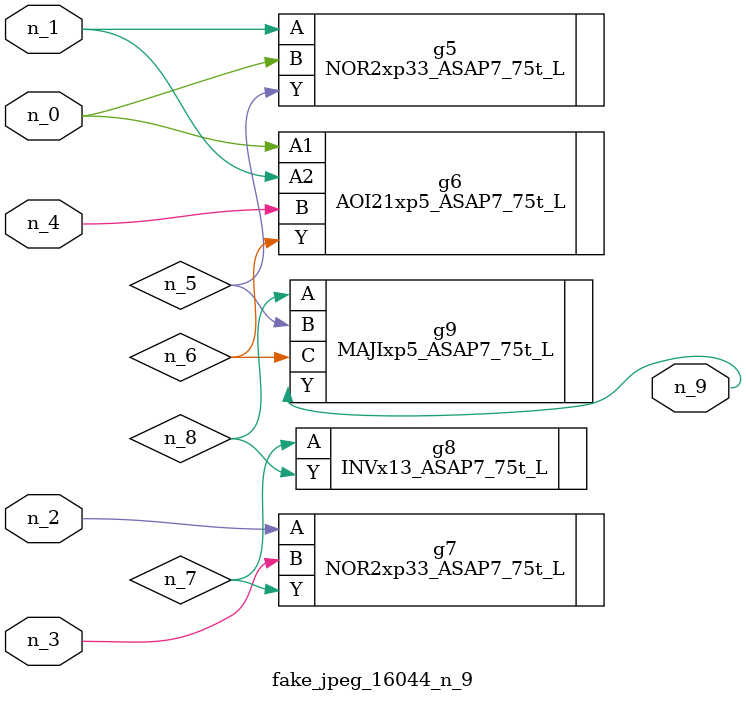
<source format=v>
module fake_jpeg_16044_n_9 (n_3, n_2, n_1, n_0, n_4, n_9);

input n_3;
input n_2;
input n_1;
input n_0;
input n_4;

output n_9;

wire n_8;
wire n_6;
wire n_5;
wire n_7;

NOR2xp33_ASAP7_75t_L g5 ( 
.A(n_1),
.B(n_0),
.Y(n_5)
);

AOI21xp5_ASAP7_75t_L g6 ( 
.A1(n_0),
.A2(n_1),
.B(n_4),
.Y(n_6)
);

NOR2xp33_ASAP7_75t_L g7 ( 
.A(n_2),
.B(n_3),
.Y(n_7)
);

INVx13_ASAP7_75t_L g8 ( 
.A(n_7),
.Y(n_8)
);

MAJIxp5_ASAP7_75t_L g9 ( 
.A(n_8),
.B(n_5),
.C(n_6),
.Y(n_9)
);


endmodule
</source>
